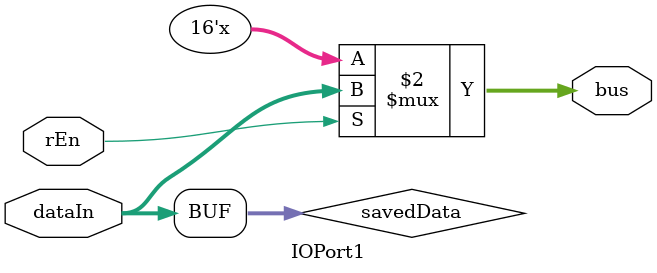
<source format=v>

module IOPort1(bus, rEn, dataIn);
	output wire [15:0] bus;
	input wire [15:0] dataIn;
	input wire rEn;
	
	reg [15:0] savedData;
	
	assign bus = (rEn == 1) ? savedData : 16'dz;
	
	always @(dataIn) savedData <= dataIn;
	
endmodule
	
</source>
